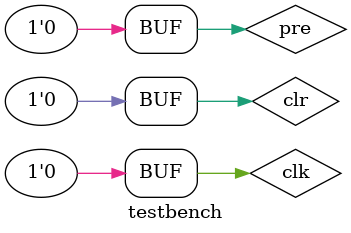
<source format=v>
module testbench;
    reg clk;

    initial begin
        // $dumpfile("testbench.vcd");
        // $dumpvars(0, testbench);

        #5 clk = 0;
        repeat (10000) begin
            #5 clk = 1;
            #5 clk = 0;
        end

        $display("OKAY");
    end


    reg dinA = 0;
    wire doutB;
    wire pre,clr;
    reg q = 0;

    top uut (
        .clk (clk ),
        .clr (1'b0 ),
        .pre (1'b0 ),
        .a (dinA ),
        .b (doutB )
    );

    always @(negedge clk) begin
    #3;
    dinA <= !dinA;
    end

    assign pre = 1'b0;
    assign clr = 1'b0;

    	always @( negedge clk, posedge pre, negedge clr )
		if ( pre )
			q <= 1'b1;
		else if ( clr )
			q <= 1'b0;
		else
            q <= dinA;

	assert_dff ff_test(.clk(~clk), .test(doutB), .pat(q));

endmodule

</source>
